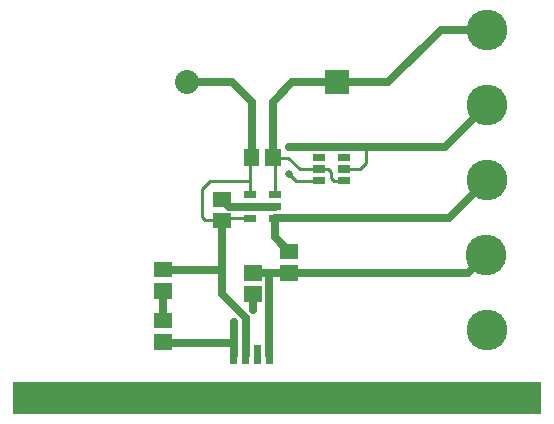
<source format=gbr>
G04 start of page 2 for group 0 idx 0 *
G04 Title: (unknown), top *
G04 Creator: pcb 4.0.2 *
G04 CreationDate: Mon Aug 16 01:28:39 2021 UTC *
G04 For: ndholmes *
G04 Format: Gerber/RS-274X *
G04 PCB-Dimensions (mil): 1800.00 1500.00 *
G04 PCB-Coordinate-Origin: lower left *
%MOIN*%
%FSLAX25Y25*%
%LNTOP*%
%ADD19C,0.0480*%
%ADD18C,0.0960*%
%ADD17C,0.0120*%
%ADD16C,0.0260*%
%ADD15C,0.0800*%
%ADD14C,0.1360*%
%ADD13C,0.0100*%
%ADD12C,0.0250*%
%ADD11C,0.0001*%
G54D11*G36*
X2000Y12500D02*X178000D01*
Y2000D01*
X2000D01*
Y12500D01*
G37*
G54D12*X88500Y87457D02*X88543Y87500D01*
G54D13*X81000Y87043D02*X81457Y87500D01*
X89200Y75000D02*Y87343D01*
X88543Y88000D01*
X89200Y87343D02*X93657D01*
X81000Y75000D02*Y87043D01*
G54D12*X89200Y71100D02*X84600D01*
X84500Y71000D01*
X74000D01*
X71500Y73500D01*
G54D13*X81000Y79500D02*X67500D01*
X65000Y77000D01*
Y67500D01*
X66000Y66500D01*
X71414D01*
X81000Y67200D02*X72286D01*
X71500Y66414D01*
X71414Y66500D02*X71500Y66414D01*
G54D12*X81457Y87500D02*Y106043D01*
X88543Y87500D02*Y106043D01*
X81457D02*X75000Y112500D01*
X60000D01*
X88543Y106043D02*X95000Y112500D01*
G54D13*X93657Y87343D02*X97500Y83500D01*
X96300Y79700D02*X94000Y82000D01*
X97500Y83500D02*X103900D01*
X104000Y83600D01*
X106900D01*
X108000Y82500D01*
Y80500D01*
X109000Y79500D01*
X112000D01*
X112300Y83500D02*X112200Y83600D01*
X112000Y79500D02*X112200Y79700D01*
X104000D02*X96300D01*
G54D12*X94000Y91000D02*X146000D01*
G54D13*X112200Y83600D02*X117600D01*
X119500Y85500D01*
Y91000D01*
G54D12*X89200Y67200D02*X147200D01*
X160000Y80000D01*
X94000Y49000D02*X153500D01*
X159500Y55000D01*
G54D13*X87500Y21874D02*X87382Y21756D01*
G54D12*X82000Y36500D02*Y41914D01*
X75500Y32500D02*Y21827D01*
X75571Y21756D01*
X79508D02*Y33992D01*
X74000Y39500D01*
X75500Y25500D02*X52457D01*
X52000Y25957D01*
X71543Y41957D02*X76500Y37000D01*
X52086Y50000D02*X52000Y50086D01*
Y43000D02*Y33043D01*
X87313Y21687D02*Y48813D01*
X160000Y130000D02*X144500D01*
X146000Y91000D02*X160000Y105000D01*
X144500Y130000D02*X127000Y112500D01*
X95000D02*X127000D01*
X71543Y66457D02*Y41957D01*
Y50000D02*X52086D01*
X89200Y67200D02*Y60886D01*
X94000Y56086D01*
X82000Y49000D02*X95500D01*
X87313Y48813D02*X87500Y49000D01*
G54D14*X160000Y80000D03*
Y30000D03*
X159500Y55000D03*
X160000Y105000D03*
Y130000D03*
G54D11*G36*
X106000Y116500D02*Y108500D01*
X114000D01*
Y116500D01*
X106000D01*
G37*
G54D15*X60000Y112500D03*
G54D11*G36*
X68548Y68973D02*Y63855D01*
X74452D01*
Y68973D01*
X68548D01*
G37*
G36*
Y76059D02*Y70941D01*
X74452D01*
Y76059D01*
X68548D01*
G37*
G36*
X79000Y76200D02*Y73800D01*
X83000D01*
Y76200D01*
X79000D01*
G37*
G36*
Y68400D02*Y66000D01*
X83000D01*
Y68400D01*
X79000D01*
G37*
G36*
X79048Y51559D02*Y46441D01*
X84952D01*
Y51559D01*
X79048D01*
G37*
G36*
X91048Y58645D02*Y53527D01*
X96952D01*
Y58645D01*
X91048D01*
G37*
G36*
Y51559D02*Y46441D01*
X96952D01*
Y51559D01*
X91048D01*
G37*
G36*
X87200Y68400D02*Y66000D01*
X91200D01*
Y68400D01*
X87200D01*
G37*
G36*
Y72300D02*Y69900D01*
X91200D01*
Y72300D01*
X87200D01*
G37*
G36*
Y76200D02*Y73800D01*
X91200D01*
Y76200D01*
X87200D01*
G37*
G36*
X84016Y90452D02*X78898D01*
Y84548D01*
X84016D01*
Y90452D01*
G37*
G36*
X91102D02*X85984D01*
Y84548D01*
X91102D01*
Y90452D01*
G37*
G36*
X110200Y80900D02*Y78500D01*
X114200D01*
Y80900D01*
X110200D01*
G37*
G36*
Y84800D02*Y82400D01*
X114200D01*
Y84800D01*
X110200D01*
G37*
G36*
Y88700D02*Y86300D01*
X114200D01*
Y88700D01*
X110200D01*
G37*
G36*
X102000D02*Y86300D01*
X106000D01*
Y88700D01*
X102000D01*
G37*
G36*
Y84800D02*Y82400D01*
X106000D01*
Y84800D01*
X102000D01*
G37*
G36*
Y80900D02*Y78500D01*
X106000D01*
Y80900D01*
X102000D01*
G37*
G36*
X79048Y44473D02*Y39355D01*
X84952D01*
Y44473D01*
X79048D01*
G37*
G36*
X49048Y28516D02*Y23398D01*
X54952D01*
Y28516D01*
X49048D01*
G37*
G36*
Y35602D02*Y30484D01*
X54952D01*
Y35602D01*
X49048D01*
G37*
G36*
X76752Y24807D02*X74390D01*
Y18705D01*
X76752D01*
Y24807D01*
G37*
G36*
X80689D02*X78327D01*
Y18705D01*
X80689D01*
Y24807D01*
G37*
G36*
X84626D02*X82264D01*
Y18705D01*
X84626D01*
Y24807D01*
G37*
G36*
X88563D02*X86201D01*
Y18705D01*
X88563D01*
Y24807D01*
G37*
G36*
X72815Y10043D02*X68091D01*
Y2957D01*
X72815D01*
Y10043D01*
G37*
G36*
X94862D02*X90138D01*
Y2957D01*
X94862D01*
Y10043D01*
G37*
G36*
X49048Y45559D02*Y40441D01*
X54952D01*
Y45559D01*
X49048D01*
G37*
G36*
Y52645D02*Y47527D01*
X54952D01*
Y52645D01*
X49048D01*
G37*
G54D16*X77000Y71000D03*
X82000Y36500D03*
X75500Y32500D03*
X81500Y96000D03*
X94000Y82000D03*
Y91000D03*
X84500Y71000D03*
X75500Y29000D03*
G54D17*G54D18*G54D19*M02*

</source>
